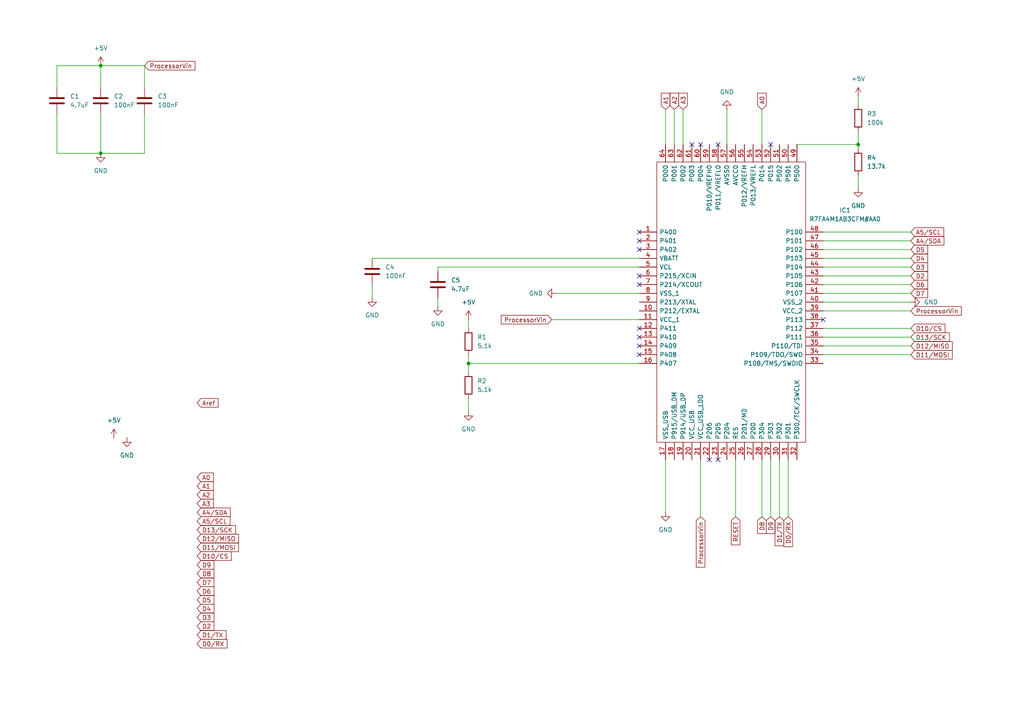
<source format=kicad_sch>
(kicad_sch (version 20231120) (generator "eeschema") (generator_version "8.0")
  (paper "A4")
  (lib_symbols
    (symbol "Device:C" (pin_numbers hide) (pin_names (offset 0.254))
      (property "Reference" "C" (at 0.635 2.54 0))
      (property "Value" "C" (at 0.635 -2.54 0))
      (symbol "C_0_1"
        (polyline (pts (xy -2.032 -0.762) (xy 2.032 -0.762)) (stroke (width 0.508)))
        (polyline (pts (xy -2.032 0.762) (xy 2.032 0.762)) (stroke (width 0.508)))
      )
      (symbol "C_1_1"
        (pin passive line (at 0 3.81 270) (length 2.794) (name "~") (number "1"))
        (pin passive line (at 0 -3.81 90) (length 2.794) (name "~") (number "2"))
      )
    )
    (symbol "Device:R" (pin_numbers hide) (pin_names (offset 0))
      (property "Reference" "R" (at 2.032 0 90))
      (property "Value" "R" (at 0 0 90))
      (symbol "R_0_1"
        (rectangle (start -1.016 -2.54) (end 1.016 2.54) (stroke (width 0.254)))
      )
      (symbol "R_1_1"
        (pin passive line (at 0 3.81 270) (length 1.27) (name "~") (number "1"))
        (pin passive line (at 0 -3.81 90) (length 1.27) (name "~") (number "2"))
      )
    )
    (symbol "SamacSys_Parts:R7FA4M1AB3CFM#AA0" (pin_names (offset 0.762))
      (property "Reference" "IC" (at 49.53 25.4 0))
      (property "Value" "R7FA4M1AB3CFM#AA0" (at 49.53 22.86 0))
      (symbol "R7FA4M1AB3CFM#AA0_0_0"
        (pin passive line (at 0 0 0) (length 5.08) (name "P400") (number "1"))
        (pin passive line (at 0 -22.86 0) (length 5.08) (name "P212/EXTAL") (number "10"))
        (pin passive line (at 0 -25.4 0) (length 5.08) (name "VCC_1") (number "11"))
        (pin passive line (at 0 -27.94 0) (length 5.08) (name "P411") (number "12"))
        (pin passive line (at 0 -30.48 0) (length 5.08) (name "P410") (number "13"))
        (pin passive line (at 0 -33.02 0) (length 5.08) (name "P409") (number "14"))
        (pin passive line (at 0 -35.56 0) (length 5.08) (name "P408") (number "15"))
        (pin passive line (at 0 -38.1 0) (length 5.08) (name "P407") (number "16"))
        (pin passive line (at 7.62 -66.04 90) (length 5.08) (name "VSS_USB") (number "17"))
        (pin passive line (at 10.16 -66.04 90) (length 5.08) (name "P915/USB_DM") (number "18"))
        (pin passive line (at 12.7 -66.04 90) (length 5.08) (name "P914/USB_DP") (number "19"))
        (pin passive line (at 0 -2.54 0) (length 5.08) (name "P401") (number "2"))
        (pin passive line (at 15.24 -66.04 90) (length 5.08) (name "VCC_USB") (number "20"))
        (pin passive line (at 17.78 -66.04 90) (length 5.08) (name "VCC_USB_LDO") (number "21"))
        (pin passive line (at 20.32 -66.04 90) (length 5.08) (name "P206") (number "22"))
        (pin passive line (at 22.86 -66.04 90) (length 5.08) (name "P205") (number "23"))
        (pin passive line (at 25.4 -66.04 90) (length 5.08) (name "P204") (number "24"))
        (pin passive line (at 27.94 -66.04 90) (length 5.08) (name "RES") (number "25"))
        (pin passive line (at 30.48 -66.04 90) (length 5.08) (name "P201/MD") (number "26"))
        (pin passive line (at 33.02 -66.04 90) (length 5.08) (name "P200") (number "27"))
        (pin passive line (at 35.56 -66.04 90) (length 5.08) (name "P304") (number "28"))
        (pin passive line (at 38.1 -66.04 90) (length 5.08) (name "P303") (number "29"))
        (pin passive line (at 0 -5.08 0) (length 5.08) (name "P402") (number "3"))
        (pin passive line (at 40.64 -66.04 90) (length 5.08) (name "P302") (number "30"))
        (pin passive line (at 43.18 -66.04 90) (length 5.08) (name "P301") (number "31"))
        (pin passive line (at 45.72 -66.04 90) (length 5.08) (name "P300/TCK/SWCLK") (number "32"))
        (pin passive line (at 53.34 -38.1 180) (length 5.08) (name "P108/TMS/SWDIO") (number "33"))
        (pin passive line (at 53.34 -35.56 180) (length 5.08) (name "P109/TDO/SWO") (number "34"))
        (pin passive line (at 53.34 -33.02 180) (length 5.08) (name "P110/TDI") (number "35"))
        (pin passive line (at 53.34 -30.48 180) (length 5.08) (name "P111") (number "36"))
        (pin passive line (at 53.34 -27.94 180) (length 5.08) (name "P112") (number "37"))
        (pin passive line (at 53.34 -25.4 180) (length 5.08) (name "P113") (number "38"))
        (pin passive line (at 53.34 -22.86 180) (length 5.08) (name "VCC_2") (number "39"))
        (pin passive line (at 0 -7.62 0) (length 5.08) (name "VBATT") (number "4"))
        (pin passive line (at 53.34 -20.32 180) (length 5.08) (name "VSS_2") (number "40"))
        (pin passive line (at 53.34 -17.78 180) (length 5.08) (name "P107") (number "41"))
        (pin passive line (at 53.34 -15.24 180) (length 5.08) (name "P106") (number "42"))
        (pin passive line (at 53.34 -12.7 180) (length 5.08) (name "P105") (number "43"))
        (pin passive line (at 53.34 -10.16 180) (length 5.08) (name "P104") (number "44"))
        (pin passive line (at 53.34 -7.62 180) (length 5.08) (name "P103") (number "45"))
        (pin passive line (at 53.34 -5.08 180) (length 5.08) (name "P102") (number "46"))
        (pin passive line (at 53.34 -2.54 180) (length 5.08) (name "P101") (number "47"))
        (pin passive line (at 53.34 0 180) (length 5.08) (name "P100") (number "48"))
        (pin passive line (at 45.72 25.4 270) (length 5.08) (name "P500") (number "49"))
        (pin passive line (at 0 -10.16 0) (length 5.08) (name "VCL") (number "5"))
        (pin passive line (at 43.18 25.4 270) (length 5.08) (name "P501") (number "50"))
        (pin passive line (at 40.64 25.4 270) (length 5.08) (name "P502") (number "51"))
        (pin passive line (at 38.1 25.4 270) (length 5.08) (name "P015") (number "52"))
        (pin passive line (at 35.56 25.4 270) (length 5.08) (name "P014") (number "53"))
        (pin passive line (at 33.02 25.4 270) (length 5.08) (name "P013/VREFL") (number "54"))
        (pin passive line (at 30.48 25.4 270) (length 5.08) (name "P012/VREFH") (number "55"))
        (pin passive line (at 27.94 25.4 270) (length 5.08) (name "AVCC0") (number "56"))
        (pin passive line (at 25.4 25.4 270) (length 5.08) (name "AVSS0") (number "57"))
        (pin passive line (at 22.86 25.4 270) (length 5.08) (name "P011/VREFL0") (number "58"))
        (pin passive line (at 20.32 25.4 270) (length 5.08) (name "P010/VREFH0") (number "59"))
        (pin passive line (at 0 -12.7 0) (length 5.08) (name "P215/XCIN") (number "6"))
        (pin passive line (at 17.78 25.4 270) (length 5.08) (name "P004") (number "60"))
        (pin passive line (at 15.24 25.4 270) (length 5.08) (name "P003") (number "61"))
        (pin passive line (at 12.7 25.4 270) (length 5.08) (name "P002") (number "62"))
        (pin passive line (at 10.16 25.4 270) (length 5.08) (name "P001") (number "63"))
        (pin passive line (at 7.62 25.4 270) (length 5.08) (name "P000") (number "64"))
        (pin passive line (at 0 -15.24 0) (length 5.08) (name "P214/XCOUT") (number "7"))
        (pin passive line (at 0 -17.78 0) (length 5.08) (name "VSS_1") (number "8"))
        (pin passive line (at 0 -20.32 0) (length 5.08) (name "P213/XTAL") (number "9"))
      )
      (symbol "R7FA4M1AB3CFM#AA0_0_1"
        (polyline (pts (xy 5.08 20.32) (xy 48.26 20.32) (xy 48.26 -60.96) (xy 5.08 -60.96) (xy 5.08 20.32)) (stroke (width 0.1524)))
      )
    )
    (symbol "power:+5V" (power) (pin_numbers hide) (pin_names (offset 0) hide)
      (property "Value" "+5V" (at 0 3.556 0))
      (symbol "+5V_0_1"
        (polyline (pts (xy -0.762 1.27) (xy 0 2.54)))
        (polyline (pts (xy 0 0) (xy 0 2.54)))
        (polyline (pts (xy 0 2.54) (xy 0.762 1.27)))
      )
      (symbol "+5V_1_1"
        (pin power_in line (at 0 0 90) (length 0) (name "~") (number "1"))
      )
    )
    (symbol "power:GND" (power) (pin_numbers hide) (pin_names (offset 0) hide)
      (property "Value" "GND" (at 0 -3.81 0))
      (symbol "GND_0_1"
        (polyline (pts (xy 0 0) (xy 0 -1.27) (xy 1.27 -1.27) (xy 0 -2.54) (xy -1.27 -1.27) (xy 0 -1.27)))
      )
      (symbol "GND_1_1"
        (pin power_in line (at 0 0 270) (length 0) (name "~") (number "1"))
      )
    )
  )
  (junction (at 29.21 19.05))
  (junction (at 248.92 41.91))
  (junction (at 29.21 44.45))
  (junction (at 135.89 105.41))
  (no_connect (at 185.42 95.25))
  (no_connect (at 185.42 67.31))
  (no_connect (at 200.66 41.91))
  (no_connect (at 238.76 92.71))
  (no_connect (at 185.42 69.85))
  (no_connect (at 185.42 82.55))
  (no_connect (at 185.42 97.79))
  (no_connect (at 185.42 80.01))
  (no_connect (at 205.74 133.35))
  (no_connect (at 185.42 102.87))
  (no_connect (at 185.42 100.33))
  (no_connect (at 203.2 41.91))
  (no_connect (at 208.28 41.91))
  (no_connect (at 208.28 133.35))
  (no_connect (at 185.42 72.39))
  (no_connect (at 223.52 41.91))
  (wire (pts (xy 238.76 95.25) (xy 264.16 95.25)))
  (wire (pts (xy 203.2 133.35) (xy 203.2 149.86)))
  (wire (pts (xy 238.76 90.17) (xy 264.16 90.17)))
  (wire (pts (xy 135.89 102.87) (xy 135.89 105.41)))
  (wire (pts (xy 16.51 44.45) (xy 29.21 44.45)))
  (wire (pts (xy 238.76 97.79) (xy 264.16 97.79)))
  (wire (pts (xy 238.76 77.47) (xy 264.16 77.47)))
  (wire (pts (xy 231.14 41.91) (xy 248.92 41.91)))
  (wire (pts (xy 127 86.36) (xy 127 88.9)))
  (wire (pts (xy 238.76 69.85) (xy 264.16 69.85)))
  (wire (pts (xy 185.42 77.47) (xy 127 77.47)))
  (wire (pts (xy 238.76 85.09) (xy 264.16 85.09)))
  (wire (pts (xy 228.6 133.35) (xy 228.6 149.86)))
  (wire (pts (xy 160.02 92.71) (xy 185.42 92.71)))
  (wire (pts (xy 210.82 31.75) (xy 210.82 41.91)))
  (wire (pts (xy 16.51 19.05) (xy 29.21 19.05)))
  (wire (pts (xy 248.92 27.94) (xy 248.92 30.48)))
  (wire (pts (xy 248.92 38.1) (xy 248.92 41.91)))
  (wire (pts (xy 107.95 82.55) (xy 107.95 86.36)))
  (wire (pts (xy 161.29 85.09) (xy 185.42 85.09)))
  (wire (pts (xy 198.12 31.75) (xy 198.12 41.91)))
  (wire (pts (xy 248.92 50.8) (xy 248.92 54.61)))
  (wire (pts (xy 29.21 19.05) (xy 29.21 25.4)))
  (wire (pts (xy 193.04 133.35) (xy 193.04 148.59)))
  (wire (pts (xy 41.91 44.45) (xy 29.21 44.45)))
  (wire (pts (xy 238.76 100.33) (xy 264.16 100.33)))
  (wire (pts (xy 135.89 115.57) (xy 135.89 119.38)))
  (wire (pts (xy 213.36 133.35) (xy 213.36 149.86)))
  (wire (pts (xy 238.76 74.93) (xy 264.16 74.93)))
  (wire (pts (xy 135.89 92.71) (xy 135.89 95.25)))
  (wire (pts (xy 193.04 31.75) (xy 193.04 41.91)))
  (wire (pts (xy 238.76 87.63) (xy 264.16 87.63)))
  (wire (pts (xy 226.06 133.35) (xy 226.06 149.86)))
  (wire (pts (xy 135.89 105.41) (xy 135.89 107.95)))
  (wire (pts (xy 107.95 74.93) (xy 185.42 74.93)))
  (wire (pts (xy 41.91 25.4) (xy 41.91 19.05)))
  (wire (pts (xy 135.89 105.41) (xy 185.42 105.41)))
  (wire (pts (xy 41.91 19.05) (xy 29.21 19.05)))
  (wire (pts (xy 16.51 33.02) (xy 16.51 44.45)))
  (wire (pts (xy 16.51 25.4) (xy 16.51 19.05)))
  (wire (pts (xy 220.98 31.75) (xy 220.98 41.91)))
  (wire (pts (xy 248.92 41.91) (xy 248.92 43.18)))
  (wire (pts (xy 29.21 33.02) (xy 29.21 44.45)))
  (wire (pts (xy 238.76 102.87) (xy 264.16 102.87)))
  (wire (pts (xy 41.91 33.02) (xy 41.91 44.45)))
  (wire (pts (xy 127 77.47) (xy 127 78.74)))
  (wire (pts (xy 220.98 133.35) (xy 220.98 149.86)))
  (wire (pts (xy 238.76 67.31) (xy 264.16 67.31)))
  (wire (pts (xy 238.76 82.55) (xy 264.16 82.55)))
  (wire (pts (xy 238.76 72.39) (xy 264.16 72.39)))
  (wire (pts (xy 238.76 80.01) (xy 264.16 80.01)))
  (wire (pts (xy 195.58 31.75) (xy 195.58 41.91)))
  (wire (pts (xy 223.52 133.35) (xy 223.52 149.86)))
  (global_label "A5{slash}SCL" (shape input) (at 264.16 67.31 0) (property "Intersheetrefs" "${INTERSHEET_REFS}" (effects (hide yes))))
  (global_label "Aref" (shape input) (at 57.15 116.84 0) (property "Intersheetrefs" "${INTERSHEET_REFS}" (effects (hide yes))))
  (global_label "D5" (shape input) (at 57.15 173.99 0) (property "Intersheetrefs" "${INTERSHEET_REFS}" (effects (hide yes))))
  (global_label "D10{slash}CS" (shape input) (at 264.16 95.25 0) (property "Intersheetrefs" "${INTERSHEET_REFS}" (effects (hide yes))))
  (global_label "D11{slash}MOSI" (shape input) (at 57.15 158.75 0) (property "Intersheetrefs" "${INTERSHEET_REFS}" (effects (hide yes))))
  (global_label "RESET" (shape input) (at 213.36 149.86 270) (property "Intersheetrefs" "${INTERSHEET_REFS}" (effects (hide yes))))
  (global_label "D7" (shape input) (at 264.16 85.09 0) (property "Intersheetrefs" "${INTERSHEET_REFS}" (effects (hide yes))))
  (global_label "ProcessorVin" (shape input) (at 264.16 90.17 0) (property "Intersheetrefs" "${INTERSHEET_REFS}" (effects (hide yes))))
  (global_label "D5" (shape input) (at 264.16 72.39 0) (property "Intersheetrefs" "${INTERSHEET_REFS}" (effects (hide yes))))
  (global_label "ProcessorVin" (shape input) (at 160.02 92.71 180) (property "Intersheetrefs" "${INTERSHEET_REFS}" (effects (hide yes))))
  (global_label "D11{slash}MOSI" (shape input) (at 264.16 102.87 0) (property "Intersheetrefs" "${INTERSHEET_REFS}" (effects (hide yes))))
  (global_label "A4{slash}SDA" (shape input) (at 264.16 69.85 0) (property "Intersheetrefs" "${INTERSHEET_REFS}" (effects (hide yes))))
  (global_label "A0" (shape input) (at 57.15 138.43 0) (property "Intersheetrefs" "${INTERSHEET_REFS}" (effects (hide yes))))
  (global_label "A3" (shape input) (at 57.15 146.05 0) (property "Intersheetrefs" "${INTERSHEET_REFS}" (effects (hide yes))))
  (global_label "A3" (shape input) (at 198.12 31.75 90) (property "Intersheetrefs" "${INTERSHEET_REFS}" (effects (hide yes))))
  (global_label "A1" (shape input) (at 193.04 31.75 90) (property "Intersheetrefs" "${INTERSHEET_REFS}" (effects (hide yes))))
  (global_label "A2" (shape input) (at 195.58 31.75 90) (property "Intersheetrefs" "${INTERSHEET_REFS}" (effects (hide yes))))
  (global_label "A2" (shape input) (at 57.15 143.51 0) (property "Intersheetrefs" "${INTERSHEET_REFS}" (effects (hide yes))))
  (global_label "A4{slash}SDA" (shape input) (at 57.15 148.59 0) (property "Intersheetrefs" "${INTERSHEET_REFS}" (effects (hide yes))))
  (global_label "D6" (shape input) (at 57.15 171.45 0) (property "Intersheetrefs" "${INTERSHEET_REFS}" (effects (hide yes))))
  (global_label "D1{slash}TX" (shape input) (at 57.15 184.15 0) (property "Intersheetrefs" "${INTERSHEET_REFS}" (effects (hide yes))))
  (global_label "D12{slash}MISO" (shape input) (at 57.15 156.21 0) (property "Intersheetrefs" "${INTERSHEET_REFS}" (effects (hide yes))))
  (global_label "A1" (shape input) (at 57.15 140.97 0) (property "Intersheetrefs" "${INTERSHEET_REFS}" (effects (hide yes))))
  (global_label "ProcessorVin" (shape input) (at 41.91 19.05 0) (property "Intersheetrefs" "${INTERSHEET_REFS}" (effects (hide yes))))
  (global_label "D10{slash}CS" (shape input) (at 57.15 161.29 0) (property "Intersheetrefs" "${INTERSHEET_REFS}" (effects (hide yes))))
  (global_label "D2" (shape input) (at 264.16 80.01 0) (property "Intersheetrefs" "${INTERSHEET_REFS}" (effects (hide yes))))
  (global_label "D3" (shape input) (at 57.15 179.07 0) (property "Intersheetrefs" "${INTERSHEET_REFS}" (effects (hide yes))))
  (global_label "D2" (shape input) (at 57.15 181.61 0) (property "Intersheetrefs" "${INTERSHEET_REFS}" (effects (hide yes))))
  (global_label "D13{slash}SCK" (shape input) (at 264.16 97.79 0) (property "Intersheetrefs" "${INTERSHEET_REFS}" (effects (hide yes))))
  (global_label "D9" (shape input) (at 223.52 149.86 270) (property "Intersheetrefs" "${INTERSHEET_REFS}" (effects (hide yes))))
  (global_label "D9" (shape input) (at 57.15 163.83 0) (property "Intersheetrefs" "${INTERSHEET_REFS}" (effects (hide yes))))
  (global_label "D13{slash}SCK" (shape input) (at 57.15 153.67 0) (property "Intersheetrefs" "${INTERSHEET_REFS}" (effects (hide yes))))
  (global_label "D4" (shape input) (at 57.15 176.53 0) (property "Intersheetrefs" "${INTERSHEET_REFS}" (effects (hide yes))))
  (global_label "D1{slash}TX" (shape input) (at 226.06 149.86 270) (property "Intersheetrefs" "${INTERSHEET_REFS}" (effects (hide yes))))
  (global_label "A5{slash}SCL" (shape input) (at 57.15 151.13 0) (property "Intersheetrefs" "${INTERSHEET_REFS}" (effects (hide yes))))
  (global_label "D8" (shape input) (at 57.15 166.37 0) (property "Intersheetrefs" "${INTERSHEET_REFS}" (effects (hide yes))))
  (global_label "D12{slash}MISO" (shape input) (at 264.16 100.33 0) (property "Intersheetrefs" "${INTERSHEET_REFS}" (effects (hide yes))))
  (global_label "D4" (shape input) (at 264.16 74.93 0) (property "Intersheetrefs" "${INTERSHEET_REFS}" (effects (hide yes))))
  (global_label "D6" (shape input) (at 264.16 82.55 0) (property "Intersheetrefs" "${INTERSHEET_REFS}" (effects (hide yes))))
  (global_label "A0" (shape input) (at 220.98 31.75 90) (property "Intersheetrefs" "${INTERSHEET_REFS}" (effects (hide yes))))
  (global_label "ProcessorVin" (shape input) (at 203.2 149.86 270) (property "Intersheetrefs" "${INTERSHEET_REFS}" (effects (hide yes))))
  (global_label "D0{slash}RX" (shape input) (at 228.6 149.86 270) (property "Intersheetrefs" "${INTERSHEET_REFS}" (effects (hide yes))))
  (global_label "D8" (shape input) (at 220.98 149.86 270) (property "Intersheetrefs" "${INTERSHEET_REFS}" (effects (hide yes))))
  (global_label "D3" (shape input) (at 264.16 77.47 0) (property "Intersheetrefs" "${INTERSHEET_REFS}" (effects (hide yes))))
  (global_label "D7" (shape input) (at 57.15 168.91 0) (property "Intersheetrefs" "${INTERSHEET_REFS}" (effects (hide yes))))
  (global_label "D0{slash}RX" (shape input) (at 57.15 186.69 0) (property "Intersheetrefs" "${INTERSHEET_REFS}" (effects (hide yes))))
  (symbol (lib_id "power:GND") (at 248.92 54.61 0) (unit 1)
    (property "Reference" "#PWR010" (effects (hide yes)))
    (property "Value" "GND" (at 248.92 59.69 0))
    (property "Description" "Power symbol creates a global label with name \"GND\" , ground" (effects (hide yes)))
  )
  (symbol (lib_id "power:GND") (at 127 88.9 0) (unit 1)
    (property "Reference" "#PWR011" (effects (hide yes)))
    (property "Value" "GND" (at 127 93.98 0))
    (property "Description" "Power symbol creates a global label with name \"GND\" , ground" (effects (hide yes)))
  )
  (symbol (lib_id "Device:R") (at 248.92 34.29 0) (unit 1)
    (property "Reference" "R3" (at 251.46 33.0199 0) (effects (justify left)))
    (property "Value" "100k" (at 251.46 35.5599 0) (effects (justify left)))
    (property "Description" "Resistor" (effects (hide yes)))
  )
  (symbol (lib_id "Device:C") (at 107.95 78.74 0) (unit 1)
    (property "Reference" "C4" (at 111.76 77.4699 0) (effects (justify left)))
    (property "Value" "100nF" (at 111.76 80.0099 0) (effects (justify left)))
    (property "Description" "Unpolarized capacitor" (effects (hide yes)))
  )
  (symbol (lib_id "power:GND") (at 210.82 31.75 180) (unit 1)
    (property "Reference" "#PWR02" (effects (hide yes)))
    (property "Value" "GND" (at 210.82 26.67 0))
    (property "Description" "Power symbol creates a global label with name \"GND\" , ground" (effects (hide yes)))
  )
  (symbol (lib_id "Device:R") (at 248.92 46.99 0) (unit 1)
    (property "Reference" "R4" (at 251.46 45.7199 0) (effects (justify left)))
    (property "Value" "13.7k" (at 251.46 48.2599 0) (effects (justify left)))
    (property "Description" "Resistor" (effects (hide yes)))
  )
  (symbol (lib_id "power:GND") (at 264.16 87.63 90) (unit 1)
    (property "Reference" "#PWR04" (effects (hide yes)))
    (property "Value" "GND" (at 267.97 87.6299 90) (effects (justify right)))
    (property "Description" "Power symbol creates a global label with name \"GND\" , ground" (effects (hide yes)))
  )
  (symbol (lib_id "power:GND") (at 29.21 44.45 0) (unit 1)
    (property "Reference" "#PWR06" (effects (hide yes)))
    (property "Value" "GND" (at 29.21 49.53 0))
    (property "Description" "Power symbol creates a global label with name \"GND\" , ground" (effects (hide yes)))
  )
  (symbol (lib_id "Device:C") (at 41.91 29.21 0) (unit 1)
    (property "Reference" "C3" (at 45.72 27.9399 0) (effects (justify left)))
    (property "Value" "100nF" (at 45.72 30.4799 0) (effects (justify left)))
    (property "Description" "Unpolarized capacitor" (effects (hide yes)))
  )
  (symbol (lib_id "Device:C") (at 16.51 29.21 0) (unit 1)
    (property "Reference" "C1" (at 20.32 27.9399 0) (effects (justify left)))
    (property "Value" "4.7uF" (at 20.32 30.4799 0) (effects (justify left)))
    (property "Description" "Unpolarized capacitor" (effects (hide yes)))
  )
  (symbol (lib_id "Device:R") (at 135.89 111.76 0) (unit 1)
    (property "Reference" "R2" (at 138.43 110.4899 0) (effects (justify left)))
    (property "Value" "5.1k" (at 138.43 113.0299 0) (effects (justify left)))
    (property "Description" "Resistor" (effects (hide yes)))
  )
  (symbol (lib_id "power:+5V") (at 248.92 27.94 0) (unit 1)
    (property "Reference" "#PWR09" (effects (hide yes)))
    (property "Value" "+5V" (at 248.92 22.86 0))
    (property "Description" "Power symbol creates a global label with name \"+5V\"" (effects (hide yes)))
  )
  (symbol (lib_id "power:+5V") (at 135.89 92.71 0) (unit 1)
    (property "Reference" "#PWR08" (effects (hide yes)))
    (property "Value" "+5V" (at 135.89 87.63 0))
    (property "Description" "Power symbol creates a global label with name \"+5V\"" (effects (hide yes)))
  )
  (symbol (lib_id "Device:C") (at 29.21 29.21 0) (unit 1)
    (property "Reference" "C2" (at 33.02 27.9399 0) (effects (justify left)))
    (property "Value" "100nF" (at 33.02 30.4799 0) (effects (justify left)))
    (property "Description" "Unpolarized capacitor" (effects (hide yes)))
  )
  (symbol (lib_id "power:+5V") (at 29.21 19.05 0) (unit 1)
    (property "Reference" "#PWR05" (effects (hide yes)))
    (property "Value" "+5V" (at 29.21 13.97 0))
    (property "Description" "Power symbol creates a global label with name \"+5V\"" (effects (hide yes)))
  )
  (symbol (lib_id "Device:R") (at 135.89 99.06 0) (unit 1)
    (property "Reference" "R1" (at 138.43 97.7899 0) (effects (justify left)))
    (property "Value" "5.1k" (at 138.43 100.3299 0) (effects (justify left)))
    (property "Description" "Resistor" (effects (hide yes)))
  )
  (symbol (lib_id "Device:C") (at 127 82.55 0) (unit 1)
    (property "Reference" "C5" (at 130.81 81.2799 0) (effects (justify left)))
    (property "Value" "4.7uF" (at 130.81 83.8199 0) (effects (justify left)))
    (property "Description" "Unpolarized capacitor" (effects (hide yes)))
  )
  (symbol (lib_id "power:GND") (at 36.83 127 0) (unit 1)
    (property "Reference" "#PWR014" (effects (hide yes)))
    (property "Value" "GND" (at 36.83 132.08 0))
    (property "Description" "Power symbol creates a global label with name \"GND\" , ground" (effects (hide yes)))
  )
  (symbol (lib_id "power:GND") (at 135.89 119.38 0) (unit 1)
    (property "Reference" "#PWR07" (effects (hide yes)))
    (property "Value" "GND" (at 135.89 124.46 0))
    (property "Description" "Power symbol creates a global label with name \"GND\" , ground" (effects (hide yes)))
  )
  (symbol (lib_id "power:GND") (at 107.95 86.36 0) (unit 1)
    (property "Reference" "#PWR012" (effects (hide yes)))
    (property "Value" "GND" (at 107.95 91.44 0))
    (property "Description" "Power symbol creates a global label with name \"GND\" , ground" (effects (hide yes)))
  )
  (symbol (lib_id "power:GND") (at 161.29 85.09 270) (unit 1)
    (property "Reference" "#PWR01" (effects (hide yes)))
    (property "Value" "GND" (at 157.48 85.0899 90) (effects (justify right)))
    (property "Description" "Power symbol creates a global label with name \"GND\" , ground" (effects (hide yes)))
  )
  (symbol (lib_id "power:+5V") (at 33.02 127 0) (unit 1)
    (property "Reference" "#PWR013" (effects (hide yes)))
    (property "Value" "+5V" (at 33.02 121.92 0))
    (property "Description" "Power symbol creates a global label with name \"+5V\"" (effects (hide yes)))
  )
  (symbol (lib_id "SamacSys_Parts:R7FA4M1AB3CFM#AA0") (at 185.42 67.31 0) (unit 1)
    (property "Reference" "IC1" (at 245.11 60.9914 0))
    (property "Value" "R7FA4M1AB3CFM#AA0" (at 245.11 63.5314 0))
    (property "Footprint" "QFP50P1200X1200X170-64N" (effects (hide yes)))
    (property "Datasheet" "https://www.renesas.com/document/dst/renesas-ra4m1-group-datasheet?language=en&r=1054146" (effects (hide yes)))
    (property "Description" "The Renesas RA4M1 group of microcontrollers (MCUs) uses the high-performance Arm Cortex-M4 core and offers a segment LCD controller and a capacitive touch sensing unit input for intensive HMI designs. The RA4M1 MCU is built on a highly efficient low power process and is supported by an open and flexible ecosystem conceptthe Flexible Software Package (FSP), built on FreeRTOSand is expandable to use other RTOSes and middleware. The RA4M1 is suitable for applications where a large amount of capacitive touc" (effects (hide yes)))
    (property "Height" "1.7" (effects (hide yes)))
    (property "Mouser Part Number" "968-7FA4M1AB3CFM#AA0" (effects (hide yes)))
    (property "Mouser Price/Stock" "https://www.mouser.co.uk/ProductDetail/Renesas-Electronics/R7FA4M1AB3CFMAA0?qs=d0WKAl%252BL4KbrKuAsyurXHw%3D%3D" (effects (hide yes)))
    (property "Manufacturer_Name" "Renesas Electronics" (effects (hide yes)))
    (property "Manufacturer_Part_Number" "R7FA4M1AB3CFM#AA0" (effects (hide yes)))
  )
  (symbol (lib_id "power:GND") (at 193.04 148.59 0) (unit 1)
    (property "Reference" "#PWR03" (effects (hide yes)))
    (property "Value" "GND" (at 193.04 153.67 0))
    (property "Description" "Power symbol creates a global label with name \"GND\" , ground" (effects (hide yes)))
  )
)
</source>
